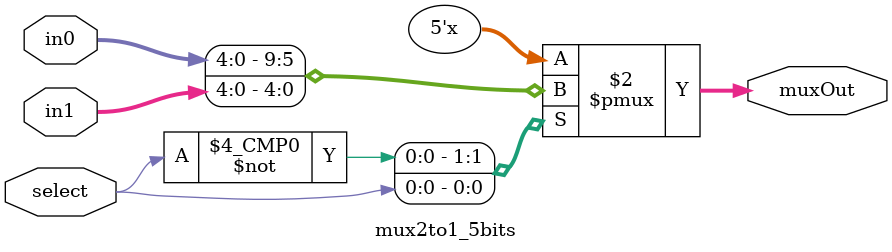
<source format=v>
/*###################################################################################
Note: Please don’t upload the assignments, template file/solution and lab. manual on GitHub or others public repository. 
It violates the BITS’s Intellectual Property Rights (IPR).
************************************************************************************/
//IF select is 0 then muxout is in0. IF select is 1 then muxout is in1. 
module mux2to1_5bits(input [4:0] in0, input [4:0] in1, input select, output reg [4:0] muxOut);
    always@(in0, in1, select)
    begin
        case(select)
            1'b0: muxOut = in0;
            1'b1: muxOut = in1;
        endcase
    end
endmodule
</source>
